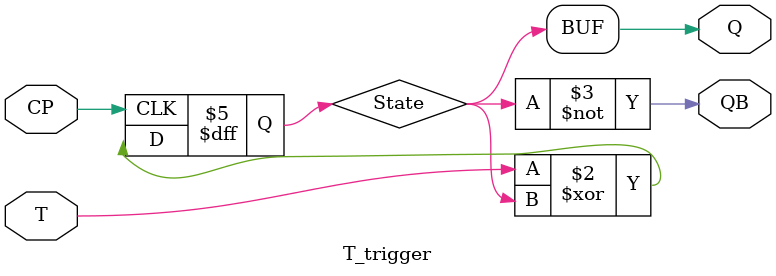
<source format=v>
`timescale 1ns / 1ps

module T_trigger(
    input wire T,
    input wire CP,
    output Q,
    output QB
    );
    
    reg State;
    initial
    begin
        State=0;
    end
    
    always @(negedge CP)
    begin
        State=T^State;
    end
    
    assign Q=State;
    assign QB=~State;
endmodule

</source>
